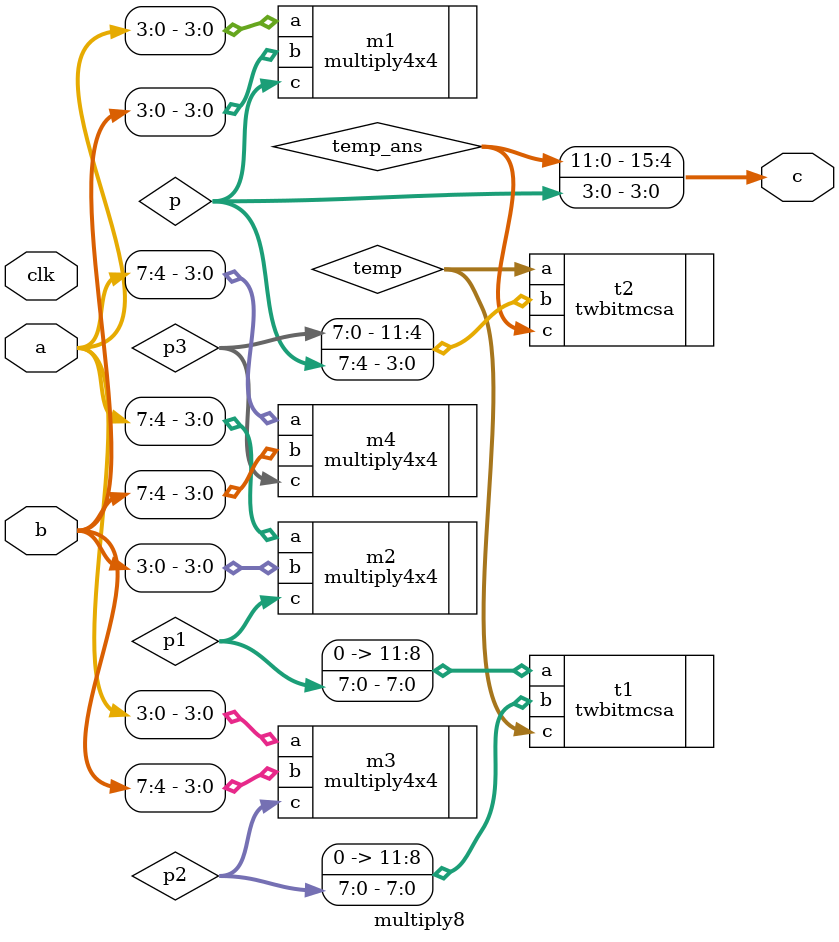
<source format=v>
`timescale 1ns / 1ps


module multiply8(input [7:0] a,
input [7:0] b,
input clk,
output [15:0] c 
);
wire [7:0] p;
wire  [7:0] p1;
wire [7:0] p2;
wire [7:0] p3;
//wire [7:0] p4;
wire [11:0] temp;
wire [11:0] temp_ans;
//multiply4x4 m1(.a(a[3:0]),
//.b(b[3:0]),
//.c(p)
//);
//assign c[3:0]=p[3:0];

//multiply4x4 m2(.a(a[7:4]),.b(b[3:0]),.c(p1));
//multiply4x4 m3(.a(a[3:0]),.b(b[7:4]),.c(p2));

//adder10 a1(.a({2'b00,p1}),.b({2'b00,p2}),.sum(temp));
//adder10 a2(.a({6'b000000,p[7:4]}),.b(temp),.sum(temp1));
//assign c[7:4]=temp1[3:0];

//multiply4x4 m4(.a(a[7:4]),.b(b[7:4]),.c(p3));
//adder8 a3(.a(p3),.b({2'b00,temp1[9:4]}),.sum(p4));

//assign c[15:8]=p4;

multiply4x4 m1(.a(a[3:0]),
.b(b[3:0]),
.c(p)
);
assign c[3:0]=p[3:0];

multiply4x4 m2(.a(a[7:4]),.b(b[3:0]),.c(p1));
multiply4x4 m3(.a(a[3:0]),.b(b[7:4]),.c(p2));

multiply4x4 m4(.a(a[7:4]),.b(b[7:4]),.c(p3));

twbitmcsa t1(.a({4'b0000,p1}),.b({4'b0000,p2}),.c(temp));
twbitmcsa t2(.a(temp),.b({p3,p[7:4]}),.c(temp_ans));
assign c[15:4]=temp_ans;

endmodule

</source>
